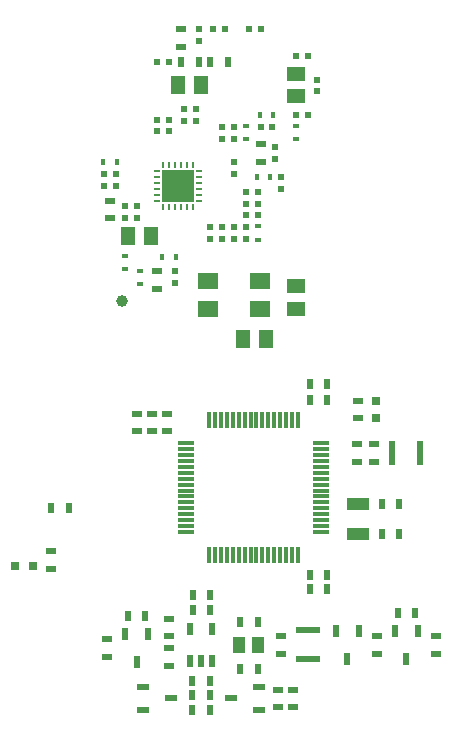
<source format=gtp>
G04 Layer_Color=8421504*
%FSLAX44Y44*%
%MOMM*%
G71*
G01*
G75*
%ADD10R,0.6000X0.9000*%
%ADD11R,1.9000X1.1000*%
%ADD12R,1.5000X1.3000*%
%ADD13R,0.1000X0.1000*%
%ADD14R,0.9000X0.6000*%
%ADD15R,0.6000X2.0000*%
%ADD16R,0.8000X0.8000*%
%ADD17R,0.6000X1.0000*%
%ADD18R,1.0000X1.4500*%
%ADD19R,2.0000X0.6000*%
%ADD20R,0.8000X0.8000*%
%ADD21R,1.0000X0.6000*%
%ADD22R,0.3000X1.4000*%
%ADD23R,1.4000X0.3000*%
%ADD24R,1.3000X1.5000*%
%ADD25R,0.6000X0.5000*%
%ADD26R,0.3000X0.5500*%
%ADD27R,0.5500X0.3000*%
%ADD28C,1.0000*%
%ADD29R,0.5000X0.6000*%
%ADD30R,1.8000X1.4000*%
%ADD31R,0.2500X0.5000*%
%ADD32R,0.5000X0.2500*%
%ADD33R,2.7000X2.7000*%
D10*
X342500Y195000D02*
D03*
X357500D02*
D03*
X342500Y170000D02*
D03*
X357500D02*
D03*
X77500Y192000D02*
D03*
X62500D02*
D03*
X281500Y283000D02*
D03*
X296500D02*
D03*
Y297000D02*
D03*
X281500D02*
D03*
X197500Y105500D02*
D03*
X182500D02*
D03*
Y118000D02*
D03*
X197500D02*
D03*
X222500Y55500D02*
D03*
X237500D02*
D03*
X281500Y123000D02*
D03*
X296500D02*
D03*
Y135000D02*
D03*
X281500D02*
D03*
X142500Y100500D02*
D03*
X127500D02*
D03*
X197060Y20500D02*
D03*
X182060D02*
D03*
X197060Y33000D02*
D03*
X182060D02*
D03*
X197060Y45500D02*
D03*
X182060D02*
D03*
X237500Y95500D02*
D03*
X222500D02*
D03*
X371000Y103000D02*
D03*
X356000D02*
D03*
X212500Y569500D02*
D03*
X197500D02*
D03*
X187500D02*
D03*
X172500D02*
D03*
D11*
X322500Y195000D02*
D03*
Y170000D02*
D03*
D12*
X270000Y360500D02*
D03*
Y379500D02*
D03*
X270000Y559500D02*
D03*
Y540500D02*
D03*
D13*
X220000Y607000D02*
D03*
D14*
X336000Y245500D02*
D03*
Y230500D02*
D03*
X322000D02*
D03*
Y245500D02*
D03*
X322500Y282500D02*
D03*
Y267500D02*
D03*
X162500Y73000D02*
D03*
Y58000D02*
D03*
X162500Y98000D02*
D03*
Y83000D02*
D03*
X257500Y68000D02*
D03*
Y83000D02*
D03*
X62500Y140000D02*
D03*
Y155000D02*
D03*
X110000Y65500D02*
D03*
Y80500D02*
D03*
X267500Y38000D02*
D03*
Y23000D02*
D03*
X255000D02*
D03*
Y38000D02*
D03*
X338500Y68000D02*
D03*
Y83000D02*
D03*
X388500D02*
D03*
Y68000D02*
D03*
X161000Y256500D02*
D03*
Y271500D02*
D03*
X148000D02*
D03*
Y256500D02*
D03*
X135000D02*
D03*
Y271500D02*
D03*
X152500Y377000D02*
D03*
Y392000D02*
D03*
X112500Y437000D02*
D03*
Y452000D02*
D03*
X240000Y484500D02*
D03*
Y499500D02*
D03*
X172500Y582000D02*
D03*
Y597000D02*
D03*
D15*
X375000Y238000D02*
D03*
X351000D02*
D03*
D16*
X337500Y267500D02*
D03*
Y282500D02*
D03*
D17*
X144500Y85000D02*
D03*
X125500D02*
D03*
X135000Y61000D02*
D03*
X180060Y89250D02*
D03*
X199060D02*
D03*
Y61750D02*
D03*
X189560D02*
D03*
X180060D02*
D03*
X323000Y87500D02*
D03*
X304000D02*
D03*
X313500Y63500D02*
D03*
X373000Y87500D02*
D03*
X354000D02*
D03*
X363500Y63500D02*
D03*
D18*
X222000Y75500D02*
D03*
X238000D02*
D03*
D19*
X280000Y88000D02*
D03*
Y64000D02*
D03*
D20*
X32500Y142500D02*
D03*
X47500D02*
D03*
D21*
X140060Y40000D02*
D03*
Y21000D02*
D03*
X164060Y30500D02*
D03*
X239060Y21000D02*
D03*
Y40000D02*
D03*
X215060Y30500D02*
D03*
D22*
X271500Y152000D02*
D03*
X266500D02*
D03*
X261500D02*
D03*
X256500D02*
D03*
X251500D02*
D03*
X246500D02*
D03*
X241500D02*
D03*
X236500D02*
D03*
X231500D02*
D03*
X226500D02*
D03*
X221500D02*
D03*
X216500D02*
D03*
X211500D02*
D03*
X206500D02*
D03*
X201500D02*
D03*
X196500D02*
D03*
Y266000D02*
D03*
X201500D02*
D03*
X206500D02*
D03*
X211500D02*
D03*
X216500D02*
D03*
X221500D02*
D03*
X226500D02*
D03*
X231500D02*
D03*
X236500D02*
D03*
X241500D02*
D03*
X246500D02*
D03*
X251500D02*
D03*
X256500D02*
D03*
X261500D02*
D03*
X266500D02*
D03*
X271500D02*
D03*
D23*
X177000Y171500D02*
D03*
Y176500D02*
D03*
Y181500D02*
D03*
Y186500D02*
D03*
Y191500D02*
D03*
Y196500D02*
D03*
Y201500D02*
D03*
Y206500D02*
D03*
Y211500D02*
D03*
Y216500D02*
D03*
Y221500D02*
D03*
Y226500D02*
D03*
Y231500D02*
D03*
Y236500D02*
D03*
Y241500D02*
D03*
Y246500D02*
D03*
X291000D02*
D03*
Y241500D02*
D03*
Y236500D02*
D03*
Y231500D02*
D03*
Y226500D02*
D03*
Y221500D02*
D03*
Y216500D02*
D03*
Y211500D02*
D03*
Y206500D02*
D03*
Y201500D02*
D03*
Y196500D02*
D03*
Y191500D02*
D03*
Y186500D02*
D03*
Y181500D02*
D03*
Y176500D02*
D03*
Y171500D02*
D03*
D24*
X244500Y335000D02*
D03*
X225500D02*
D03*
X147000Y422000D02*
D03*
X128000D02*
D03*
X189500Y549500D02*
D03*
X170500D02*
D03*
D25*
X167500Y382000D02*
D03*
Y392000D02*
D03*
X135000Y437000D02*
D03*
Y447000D02*
D03*
X125000Y437000D02*
D03*
Y447000D02*
D03*
X175000Y519500D02*
D03*
Y529500D02*
D03*
X185000Y519500D02*
D03*
Y529500D02*
D03*
X197500Y429500D02*
D03*
Y419500D02*
D03*
X207500Y429500D02*
D03*
Y419500D02*
D03*
X217500Y429500D02*
D03*
Y419500D02*
D03*
X227500Y429500D02*
D03*
Y419500D02*
D03*
X217500Y474500D02*
D03*
Y484500D02*
D03*
X252500Y497000D02*
D03*
Y487000D02*
D03*
X257500Y472000D02*
D03*
Y462000D02*
D03*
X217500Y504500D02*
D03*
Y514500D02*
D03*
X207500Y504500D02*
D03*
Y514500D02*
D03*
X287500Y544500D02*
D03*
Y554500D02*
D03*
X187500Y587000D02*
D03*
Y597000D02*
D03*
D26*
X156750Y404500D02*
D03*
X168250D02*
D03*
X118250Y484500D02*
D03*
X106750D02*
D03*
X248250Y472000D02*
D03*
X236750D02*
D03*
X239250Y524500D02*
D03*
X250750D02*
D03*
D27*
X137500Y381250D02*
D03*
Y392750D02*
D03*
X125000Y405250D02*
D03*
Y393750D02*
D03*
X237500Y418750D02*
D03*
Y430250D02*
D03*
X227500Y503750D02*
D03*
Y515250D02*
D03*
X270000D02*
D03*
Y503750D02*
D03*
D28*
X122500Y367000D02*
D03*
D29*
X117500Y464500D02*
D03*
X107500D02*
D03*
X117500Y474500D02*
D03*
X107500D02*
D03*
X162500Y510500D02*
D03*
X152500D02*
D03*
X162500Y520500D02*
D03*
X152500D02*
D03*
X227500Y439500D02*
D03*
X237500D02*
D03*
X227500Y449500D02*
D03*
X237500D02*
D03*
X227500Y459500D02*
D03*
X237500D02*
D03*
X240000Y514500D02*
D03*
X250000D02*
D03*
X270000Y524500D02*
D03*
X280000D02*
D03*
X270000Y574500D02*
D03*
X280000D02*
D03*
X230000Y597000D02*
D03*
X240000D02*
D03*
X200000D02*
D03*
X210000D02*
D03*
X162500Y569500D02*
D03*
X152500D02*
D03*
D30*
X195500Y360000D02*
D03*
X239500D02*
D03*
X195500Y384000D02*
D03*
X239500D02*
D03*
D31*
X157500Y446500D02*
D03*
X162500D02*
D03*
X167500D02*
D03*
X172500D02*
D03*
X177500D02*
D03*
X182500D02*
D03*
Y482500D02*
D03*
X177500D02*
D03*
X172500D02*
D03*
X167500D02*
D03*
X162500D02*
D03*
X157500D02*
D03*
D32*
X188000Y452000D02*
D03*
Y457000D02*
D03*
Y462000D02*
D03*
Y467000D02*
D03*
Y472000D02*
D03*
Y477000D02*
D03*
X152000D02*
D03*
Y472000D02*
D03*
Y467000D02*
D03*
Y462000D02*
D03*
Y457000D02*
D03*
Y452000D02*
D03*
D33*
X170000Y464500D02*
D03*
M02*

</source>
